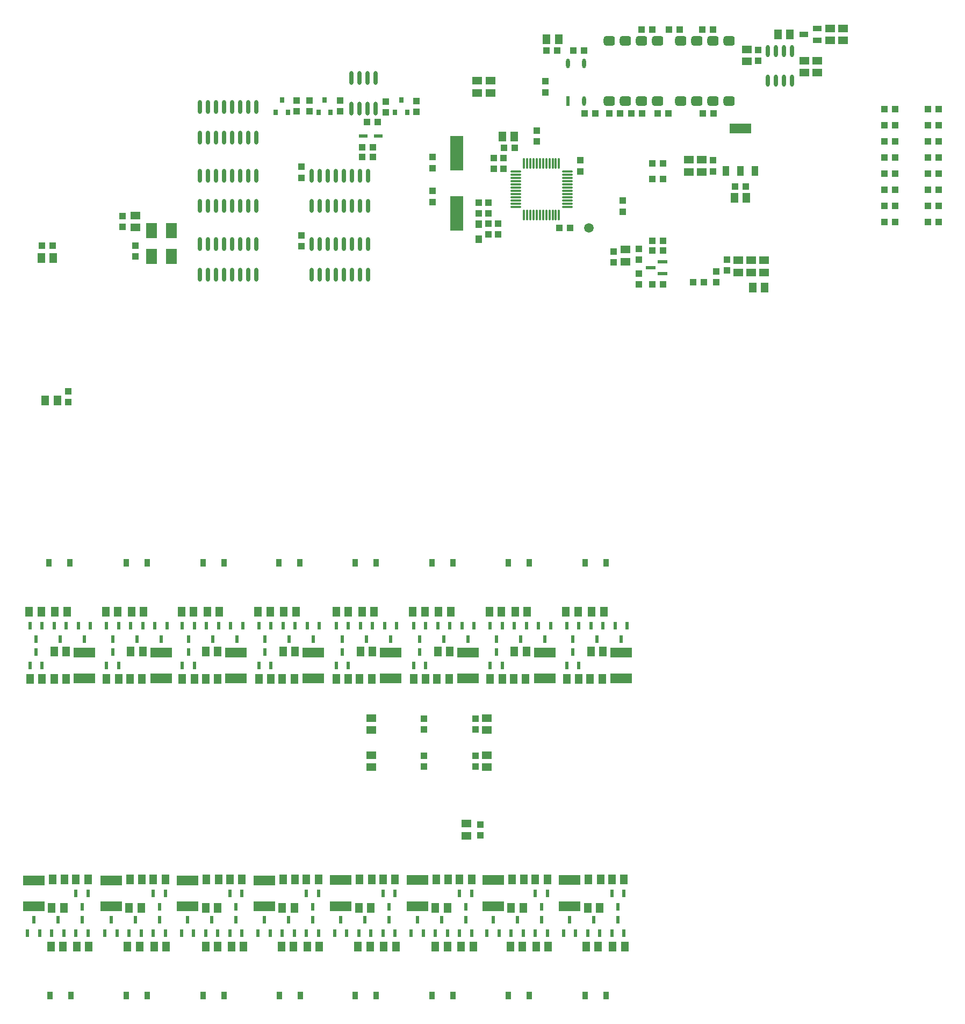
<source format=gtp>
%FSDAX23Y23*%
%MOIN*%
%SFA1B1*%

%IPPOS*%
%AMD20*
4,1,8,-0.035000,0.014900,-0.035000,-0.014900,-0.020000,-0.029900,0.020000,-0.029900,0.035000,-0.014900,0.035000,0.014900,0.020000,0.029900,-0.020000,0.029900,-0.035000,0.014900,0.0*
1,1,0.030000,-0.020000,0.014900*
1,1,0.030000,-0.020000,-0.014900*
1,1,0.030000,0.020000,-0.014900*
1,1,0.030000,0.020000,0.014900*
%
%ADD10R,0.031500X0.035400*%
%ADD11R,0.039400X0.043300*%
%ADD12R,0.043300X0.039400*%
%ADD13R,0.059100X0.023600*%
%ADD14R,0.059100X0.051200*%
%ADD15R,0.039400X0.045300*%
%ADD16O,0.023600X0.086600*%
%ADD17R,0.051200X0.059100*%
%ADD18O,0.070900X0.011800*%
%ADD19O,0.011800X0.070900*%
G04~CAMADD=20~8~0.0~0.0~598.0~701.0~150.0~0.0~15~0.0~0.0~0.0~0.0~0~0.0~0.0~0.0~0.0~0~0.0~0.0~0.0~90.0~700.0~597.0*
%ADD20D20*%
%ADD21R,0.023600X0.059100*%
%ADD22O,0.023600X0.059100*%
%ADD23O,0.023600X0.074800*%
%ADD24R,0.055100X0.035400*%
%ADD25R,0.055100X0.035400*%
%ADD26R,0.070900X0.094500*%
%ADD27R,0.133900X0.063000*%
%ADD28R,0.023600X0.051200*%
%ADD29R,0.035800X0.048000*%
%ADD30R,0.078700X0.216500*%
%ADD31C,0.059100*%
%ADD32R,0.057100X0.021700*%
%ADD33R,0.043300X0.061000*%
%ADD34R,0.043300X0.061000*%
%ADD35R,0.135800X0.061000*%
%LNde-130817-1*%
%LPD*%
G54D10*
X02920Y07281D03*
X02957Y07202D03*
X02882D03*
X03660Y07281D03*
X03697Y07202D03*
X03622D03*
X03185Y07281D03*
X03222Y07202D03*
X03147D03*
G54D11*
X04977Y06341D03*
Y06274D03*
X05135Y06136D03*
Y06203D03*
Y06358D03*
Y06291D03*
X03012Y07211D03*
Y07278D03*
X03755Y07206D03*
Y07273D03*
X03565Y07203D03*
Y07270D03*
X03090Y07211D03*
Y07278D03*
X05035Y06588D03*
Y06655D03*
X04200Y06513D03*
Y06446D03*
X04260Y06513D03*
Y06446D03*
X04770Y06838D03*
Y06905D03*
X04295Y06920D03*
Y06853D03*
X04235D03*
Y06920D03*
X04200Y06643D03*
Y06576D03*
X04140Y06643D03*
Y06576D03*
X03855Y06858D03*
Y06925D03*
Y06715D03*
Y06648D03*
X04555Y07395D03*
Y07328D03*
X05875Y07590D03*
Y07523D03*
X02010Y06311D03*
Y06378D03*
X01595Y05473D03*
Y05406D03*
X05595Y06905D03*
Y06838D03*
X05680Y06290D03*
Y06223D03*
X05615Y06151D03*
Y06218D03*
X03800Y03443D03*
Y03376D03*
Y03213D03*
Y03146D03*
X04120Y03213D03*
Y03146D03*
Y03443D03*
Y03376D03*
X03280Y07278D03*
Y07211D03*
X04150Y02788D03*
Y02721D03*
X03040Y06798D03*
Y06865D03*
Y06373D03*
Y06440D03*
X01930Y06493D03*
Y06560D03*
X04500Y07090D03*
Y07023D03*
G54D12*
X05216Y06405D03*
X05283D03*
X05216Y06135D03*
X05283D03*
Y06345D03*
X05216D03*
X05283Y06790D03*
X05216D03*
X05283Y06885D03*
X05216D03*
X03446Y07142D03*
X03513D03*
X04641Y06487D03*
X04708D03*
X04363Y06982D03*
X04296D03*
X05598Y07197D03*
X05531D03*
X04863D03*
X04796D03*
X04561Y07587D03*
X04628D03*
X05318Y07197D03*
X05251D03*
X05086D03*
X05153D03*
X05018D03*
X04951D03*
X05593Y07717D03*
X05526D03*
X05388Y07715D03*
X05321D03*
X05218Y07717D03*
X05151D03*
X04726Y07587D03*
X04793D03*
X01431Y06375D03*
X01498D03*
X05538Y06150D03*
X05471D03*
X05798Y06742D03*
X05731D03*
X03483Y06986D03*
X03416D03*
Y06927D03*
X03483D03*
X06656Y07222D03*
X06723D03*
X06656Y07122D03*
X06723D03*
X06656Y07022D03*
X06723D03*
X06656Y06922D03*
X06723D03*
X06656Y06822D03*
X06723D03*
X06656Y06722D03*
X06723D03*
X06656Y06622D03*
X06723D03*
X06656Y06522D03*
X06723D03*
X06926D03*
X06993D03*
X06926Y06622D03*
X06993D03*
X06926Y06722D03*
X06993D03*
X06926Y06822D03*
X06993D03*
X06926Y06922D03*
X06993D03*
X06926Y07022D03*
X06993D03*
X06926Y07122D03*
X06993D03*
X06926Y07222D03*
X06993D03*
G54D13*
X05282Y06202D03*
Y06277D03*
X05207Y06240D03*
G54D14*
X05050Y06352D03*
Y06277D03*
X04215Y07399D03*
Y07324D03*
X04130Y07399D03*
Y07324D03*
X06240Y07524D03*
Y07449D03*
X06400Y07724D03*
Y07649D03*
X06320Y07724D03*
Y07649D03*
X06160Y07524D03*
Y07449D03*
X05445Y06909D03*
Y06834D03*
X05525Y06909D03*
Y06834D03*
X05830Y06286D03*
Y06211D03*
X05750Y06286D03*
Y06211D03*
X05910Y06286D03*
Y06211D03*
X04190Y03217D03*
Y03142D03*
X03475Y03217D03*
Y03142D03*
Y03447D03*
Y03372D03*
X04190Y03447D03*
Y03372D03*
X02010Y06489D03*
Y06564D03*
X04065Y02792D03*
Y02717D03*
X05805Y07594D03*
Y07519D03*
G54D15*
X04140Y06511D03*
Y06418D03*
G54D16*
X03350Y07227D03*
X03400D03*
X03450D03*
X03500D03*
X03350Y07416D03*
X03400D03*
X03450D03*
X03500D03*
X03105Y06622D03*
X03155D03*
X03205D03*
X03255D03*
X03305D03*
X03355D03*
X03405D03*
X03455D03*
X03105Y06811D03*
X03155D03*
X03205D03*
X03255D03*
X03305D03*
X03355D03*
X03405D03*
X03455D03*
X02410Y06197D03*
X02460D03*
X02510D03*
X02560D03*
X02610D03*
X02660D03*
X02710D03*
X02760D03*
X02410Y06386D03*
X02460D03*
X02510D03*
X02560D03*
X02610D03*
X02660D03*
X02710D03*
X02760D03*
X02410Y06622D03*
X02460D03*
X02510D03*
X02560D03*
X02610D03*
X02660D03*
X02710D03*
X02760D03*
X02410Y06811D03*
X02460D03*
X02510D03*
X02560D03*
X02610D03*
X02660D03*
X02710D03*
X02760D03*
X02410Y07047D03*
X02460D03*
X02510D03*
X02560D03*
X02610D03*
X02660D03*
X02710D03*
X02760D03*
X02410Y07236D03*
X02460D03*
X02510D03*
X02560D03*
X02610D03*
X02660D03*
X02710D03*
X02760D03*
X03105Y06197D03*
X03155D03*
X03205D03*
X03255D03*
X03305D03*
X03355D03*
X03405D03*
X03455D03*
X03105Y06386D03*
X03155D03*
X03205D03*
X03255D03*
X03305D03*
X03355D03*
X03405D03*
X03455D03*
G54D17*
X04362Y07052D03*
X04287D03*
X04562Y07657D03*
X04637D03*
X06072Y07687D03*
X05997D03*
X01427Y06300D03*
X01502D03*
X01452Y05415D03*
X01527D03*
X05802Y06672D03*
X05727D03*
X05914Y06117D03*
X05839D03*
X01492Y02270D03*
X01567D03*
X01647Y02030D03*
X01722D03*
X01562D03*
X01487D03*
X01497Y02445D03*
X01572D03*
X01642D03*
X01717D03*
X01972Y02270D03*
X02047D03*
X02127Y02030D03*
X02202D03*
X02037D03*
X01962D03*
X01977Y02445D03*
X02052D03*
X02122D03*
X02197D03*
X02522Y02030D03*
X02447D03*
X02452Y02445D03*
X02527D03*
X02597D03*
X02672D03*
X02447Y02270D03*
X02522D03*
X02607Y02030D03*
X02682D03*
X03077D03*
X03152D03*
X02922Y02270D03*
X02997D03*
X02992Y02030D03*
X02917D03*
X02927Y02445D03*
X03002D03*
X03072D03*
X03147D03*
X03397Y02270D03*
X03472D03*
X03467Y02030D03*
X03392D03*
X03552D03*
X03627D03*
X03402Y02445D03*
X03477D03*
X03547D03*
X03622D03*
X03947Y02030D03*
X03872D03*
Y02269D03*
X03947D03*
X04032Y02030D03*
X04107D03*
X03877Y02445D03*
X03952D03*
X04022D03*
X04097D03*
X04342Y02269D03*
X04417D03*
X04412Y02030D03*
X04337D03*
X04497D03*
X04572D03*
X04347Y02445D03*
X04422D03*
X04492D03*
X04567D03*
X04882Y02030D03*
X04807D03*
X04817Y02269D03*
X04892D03*
X04972Y02030D03*
X05047D03*
X04822Y02445D03*
X04897D03*
X04967D03*
X05042D03*
X04757Y04105D03*
X04682D03*
X04912Y03860D03*
X04837D03*
X04842Y04105D03*
X04917D03*
X04907Y03690D03*
X04832D03*
X04762D03*
X04687D03*
X04282Y04105D03*
X04207D03*
X04437Y03860D03*
X04362D03*
X04432Y03690D03*
X04357D03*
X04287D03*
X04212D03*
X04367Y04105D03*
X04442D03*
X03892D03*
X03967D03*
X03807D03*
X03732D03*
X03962Y03860D03*
X03887D03*
X03957Y03690D03*
X03882D03*
X03812D03*
X03737D03*
X03482Y03860D03*
X03407D03*
X03417Y04105D03*
X03492D03*
X03477Y03690D03*
X03402D03*
X03332D03*
X03257D03*
X03332Y04105D03*
X03257D03*
X02847D03*
X02772D03*
X03002Y03860D03*
X02927D03*
X02932Y04105D03*
X03007D03*
X02997Y03690D03*
X02922D03*
X02852D03*
X02777D03*
X02457Y04105D03*
X02532D03*
X02522Y03860D03*
X02447D03*
X02522Y03690D03*
X02447D03*
X02377D03*
X02302D03*
X02372Y04105D03*
X02297D03*
X01987D03*
X02062D03*
X01902D03*
X01827D03*
X02057Y03860D03*
X01982D03*
X02052Y03690D03*
X01977D03*
X01907D03*
X01832D03*
X01427Y04105D03*
X01352D03*
X01512D03*
X01587D03*
X01582Y03860D03*
X01507D03*
X01432Y03690D03*
X01357D03*
X01582D03*
X01507D03*
G54D18*
X04370Y06835D03*
Y06815D03*
Y06795D03*
Y06776D03*
Y06756D03*
Y06736D03*
Y06717D03*
Y06697D03*
Y06677D03*
Y06658D03*
Y06638D03*
Y06618D03*
X04689D03*
Y06638D03*
Y06658D03*
Y06677D03*
Y06697D03*
Y06717D03*
Y06736D03*
Y06756D03*
Y06776D03*
Y06795D03*
Y06815D03*
Y06835D03*
G54D19*
X04422Y06567D03*
X04441D03*
X04461D03*
X04481D03*
X04500D03*
X04520D03*
X04540D03*
X04559D03*
X04579D03*
X04599D03*
X04618D03*
X04638D03*
Y06886D03*
X04618D03*
X04599D03*
X04579D03*
X04559D03*
X04540D03*
X04520D03*
X04500D03*
X04481D03*
X04461D03*
X04441D03*
X04422D03*
G54D20*
X05695Y07646D03*
X05595D03*
X05495D03*
X05395D03*
X05695Y07272D03*
X05595D03*
X05495D03*
X05395D03*
X04950D03*
X05050D03*
X05150D03*
X05250D03*
X04950Y07646D03*
X05050D03*
X05150D03*
X05250D03*
G54D21*
X04695Y07272D03*
G54D22*
X04795Y07272D03*
X04695Y07508D03*
X04795D03*
G54D23*
X06085Y07584D03*
X06035D03*
X05985D03*
X05935D03*
X06085Y07399D03*
X06035D03*
X05985D03*
X05935D03*
G54D24*
X06158Y07687D03*
X06242Y07649D03*
G54D25*
X06242Y07724D03*
G54D26*
X02110Y06470D03*
Y06309D03*
X02235D03*
Y06470D03*
G54D27*
X01380Y02440D03*
Y02279D03*
X01860Y02440D03*
Y02279D03*
X02335Y02440D03*
Y02279D03*
X02810Y02440D03*
Y02279D03*
X03285Y02443D03*
Y02281D03*
X03760Y02443D03*
Y02281D03*
X04230Y02443D03*
Y02281D03*
X04705Y02443D03*
Y02281D03*
X05025Y03692D03*
Y03853D03*
X04550Y03692D03*
Y03853D03*
X04075Y03692D03*
Y03853D03*
X03595Y03692D03*
Y03853D03*
X03115Y03692D03*
Y03853D03*
X02635Y03692D03*
Y03853D03*
X02170Y03692D03*
Y03853D03*
X01695Y03692D03*
Y03853D03*
G54D28*
X01717Y02361D03*
X01642D03*
X01680Y02278D03*
X01492Y02113D03*
X01567D03*
X01530Y02196D03*
X01342Y02113D03*
X01417D03*
X01380Y02196D03*
X01642Y02113D03*
X01717D03*
X01680Y02196D03*
X02197Y02361D03*
X02122D03*
X02160Y02278D03*
X01972Y02113D03*
X02047D03*
X02010Y02196D03*
X01822Y02113D03*
X01897D03*
X01860Y02196D03*
X02122Y02113D03*
X02197D03*
X02160Y02196D03*
X02672Y02361D03*
X02597D03*
X02635Y02278D03*
X02447Y02113D03*
X02522D03*
X02485Y02196D03*
X02297Y02113D03*
X02372D03*
X02335Y02196D03*
X02597Y02113D03*
X02672D03*
X02635Y02196D03*
X03147Y02361D03*
X03072D03*
X03110Y02278D03*
X02922Y02113D03*
X02997D03*
X02960Y02196D03*
X02772Y02113D03*
X02847D03*
X02810Y02196D03*
X03072Y02113D03*
X03147D03*
X03110Y02196D03*
X03622Y02361D03*
X03547D03*
X03585Y02278D03*
X03397Y02113D03*
X03472D03*
X03435Y02196D03*
X03247Y02113D03*
X03322D03*
X03285Y02196D03*
X03547Y02113D03*
X03622D03*
X03585Y02196D03*
X04097Y02361D03*
X04022D03*
X04060Y02278D03*
X03872Y02113D03*
X03947D03*
X03910Y02196D03*
X03722Y02113D03*
X03797D03*
X03760Y02196D03*
X04022Y02113D03*
X04097D03*
X04060Y02196D03*
X04567Y02361D03*
X04492D03*
X04530Y02278D03*
X04342Y02113D03*
X04417D03*
X04380Y02196D03*
X04192Y02113D03*
X04267D03*
X04230Y02196D03*
X04492Y02113D03*
X04567D03*
X04530Y02196D03*
X05042Y02361D03*
X04967D03*
X05005Y02278D03*
X04817Y02113D03*
X04892D03*
X04855Y02196D03*
X04667Y02113D03*
X04742D03*
X04705Y02196D03*
X04967Y02113D03*
X05042D03*
X05005Y02196D03*
X04687Y03773D03*
X04762D03*
X04725Y03856D03*
X05062Y04021D03*
X04987D03*
X05025Y03938D03*
X04912Y04021D03*
X04837D03*
X04875Y03938D03*
X04762Y04021D03*
X04687D03*
X04725Y03938D03*
X04212Y03773D03*
X04287D03*
X04250Y03856D03*
X04587Y04021D03*
X04512D03*
X04550Y03938D03*
X04437Y04021D03*
X04362D03*
X04400Y03938D03*
X04287Y04021D03*
X04212D03*
X04250Y03938D03*
X03737Y03773D03*
X03812D03*
X03775Y03856D03*
X03962Y04021D03*
X03887D03*
X03925Y03938D03*
X04112Y04021D03*
X04037D03*
X04075Y03938D03*
X03812Y04021D03*
X03737D03*
X03775Y03938D03*
X03257Y03773D03*
X03332D03*
X03295Y03856D03*
X03482Y04021D03*
X03407D03*
X03445Y03938D03*
X03632Y04021D03*
X03557D03*
X03595Y03938D03*
X03332Y04021D03*
X03257D03*
X03295Y03938D03*
X02777Y03773D03*
X02852D03*
X02815Y03856D03*
X03002Y04021D03*
X02927D03*
X02965Y03938D03*
X03152Y04021D03*
X03077D03*
X03115Y03938D03*
X01907Y04021D03*
X01832D03*
X01870Y03938D03*
X02302Y03773D03*
X02377D03*
X02340Y03856D03*
X02527Y04021D03*
X02452D03*
X02490Y03938D03*
X02677Y04021D03*
X02602D03*
X02640Y03938D03*
X02852Y04021D03*
X02777D03*
X02815Y03938D03*
X02057Y04021D03*
X01982D03*
X02020Y03938D03*
X02207Y04021D03*
X02132D03*
X02170Y03938D03*
X01832Y03773D03*
X01907D03*
X01870Y03856D03*
X01732Y04021D03*
X01657D03*
X01695Y03938D03*
X01582Y04021D03*
X01507D03*
X01545Y03938D03*
X01357Y03773D03*
X01432D03*
X01395Y03856D03*
X01432Y04021D03*
X01357D03*
X01395Y03938D03*
X02377Y04021D03*
X02302D03*
X02340Y03938D03*
G54D29*
X01480Y01725D03*
X01609D03*
X01955D03*
X02084D03*
X02430D03*
X02559D03*
X02905D03*
X03034D03*
X03850D03*
X03979D03*
X04325D03*
X04454D03*
X04800D03*
X04929D03*
Y04410D03*
X04800D03*
X04454D03*
X04325D03*
X03979D03*
X03850D03*
X03504D03*
X03375D03*
X03029D03*
X02900D03*
X02559D03*
X02430D03*
X03375Y01725D03*
X03504D03*
X01604Y04410D03*
X01475D03*
X02084D03*
X01955D03*
G54D30*
X04005Y06949D03*
Y06575D03*
G54D31*
X04825Y06485D03*
G54D32*
X03516Y07057D03*
X03424D03*
G54D33*
X05674Y06839D03*
G54D34*
X05765Y06839D03*
X05855D03*
G54D35*
X05765Y07104D03*
M02*
</source>
